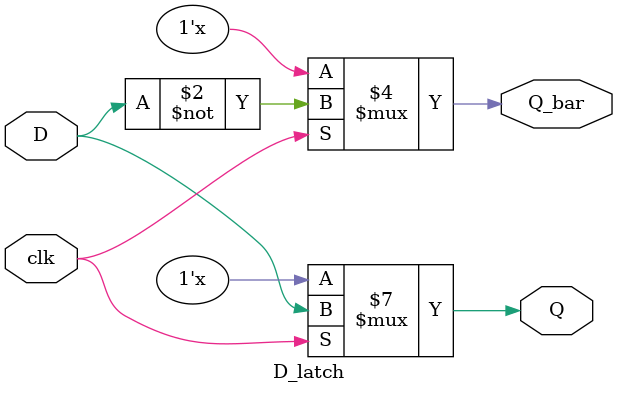
<source format=v>
module D_latch (
    input D, clk,
    output reg Q, Q_bar
);

    always @(D, clk) 
    begin
          if (clk) 
          begin
            Q = D;
            Q_bar = ~D;
          end

    end
    
endmodule
</source>
